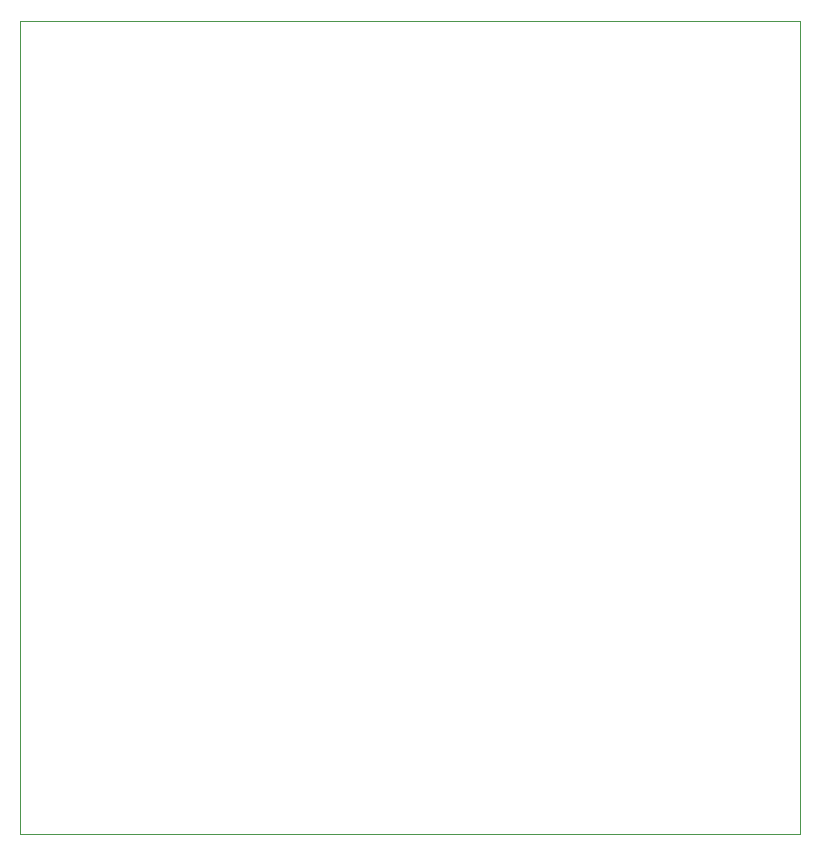
<source format=gm1>
G04 #@! TF.GenerationSoftware,KiCad,Pcbnew,(5.1.8)-1*
G04 #@! TF.CreationDate,2021-03-29T09:45:07+03:00*
G04 #@! TF.ProjectId,adapter,61646170-7465-4722-9e6b-696361645f70,rev?*
G04 #@! TF.SameCoordinates,Original*
G04 #@! TF.FileFunction,Profile,NP*
%FSLAX46Y46*%
G04 Gerber Fmt 4.6, Leading zero omitted, Abs format (unit mm)*
G04 Created by KiCad (PCBNEW (5.1.8)-1) date 2021-03-29 09:45:07*
%MOMM*%
%LPD*%
G01*
G04 APERTURE LIST*
G04 #@! TA.AperFunction,Profile*
%ADD10C,0.100000*%
G04 #@! TD*
G04 APERTURE END LIST*
D10*
X193040000Y-58420000D02*
X193040000Y-127254000D01*
X127000000Y-58420000D02*
X193040000Y-58420000D01*
X127000000Y-127254000D02*
X127000000Y-58420000D01*
X193040000Y-127254000D02*
X127000000Y-127254000D01*
M02*

</source>
